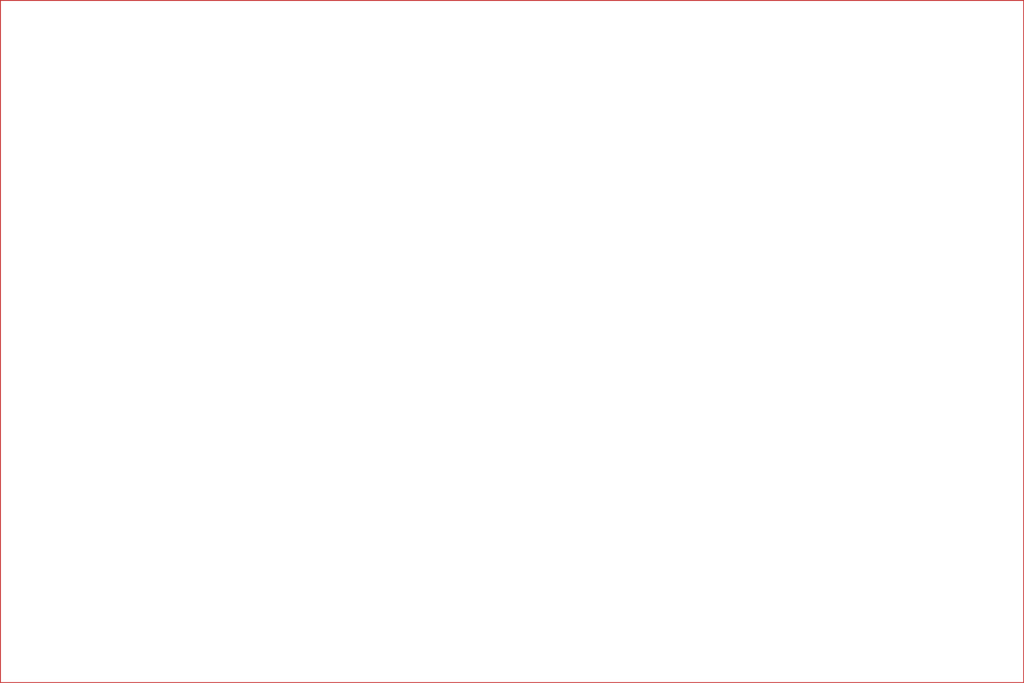
<source format=kicad_pcb>
(kicad_pcb (version 20211014) (generator pcbnew)

  (general
    (thickness 1.6)
  )

  (paper "USLetter")
  (layers
    (0 "F.Cu" signal)
    (31 "B.Cu" signal)
    (32 "B.Adhes" user "B.Adhesive")
    (33 "F.Adhes" user "F.Adhesive")
    (34 "B.Paste" user)
    (35 "F.Paste" user)
    (36 "B.SilkS" user "B.Silkscreen")
    (37 "F.SilkS" user "F.Silkscreen")
    (38 "B.Mask" user)
    (39 "F.Mask" user)
    (40 "Dwgs.User" user "User.Drawings")
    (41 "Cmts.User" user "User.Comments")
    (42 "Eco1.User" user "User.Eco1")
    (43 "Eco2.User" user "User.Eco2")
    (44 "Edge.Cuts" user)
    (45 "Margin" user)
    (46 "B.CrtYd" user "B.Courtyard")
    (47 "F.CrtYd" user "F.Courtyard")
    (48 "B.Fab" user)
    (49 "F.Fab" user)
    (50 "User.1" user)
    (51 "User.2" user)
    (52 "User.3" user)
    (53 "User.4" user)
    (54 "User.5" user)
    (55 "User.6" user)
    (56 "User.7" user)
    (57 "User.8" user)
    (58 "User.9" user)
  )

  (setup
    (pad_to_mask_clearance 0)
    (pcbplotparams
      (layerselection 0x00010fc_ffffffff)
      (disableapertmacros false)
      (usegerberextensions false)
      (usegerberattributes true)
      (usegerberadvancedattributes true)
      (creategerberjobfile true)
      (svguseinch false)
      (svgprecision 6)
      (excludeedgelayer true)
      (plotframeref false)
      (viasonmask false)
      (mode 1)
      (useauxorigin false)
      (hpglpennumber 1)
      (hpglpenspeed 20)
      (hpglpendiameter 15.000000)
      (dxfpolygonmode true)
      (dxfimperialunits true)
      (dxfusepcbnewfont true)
      (psnegative false)
      (psa4output false)
      (plotreference true)
      (plotvalue true)
      (plotinvisibletext false)
      (sketchpadsonfab false)
      (subtractmaskfromsilk false)
      (outputformat 1)
      (mirror false)
      (drillshape 1)
      (scaleselection 1)
      (outputdirectory "")
    )
  )

  (net 0 "")

  (gr_rect (start 24.761205 15.529821) (end 253.361205 167.929821) (layer "F.Cu") (width 0.2) (fill none) (tstamp 0a3a2773-14d7-4c22-ac59-403584184fbe))

)

</source>
